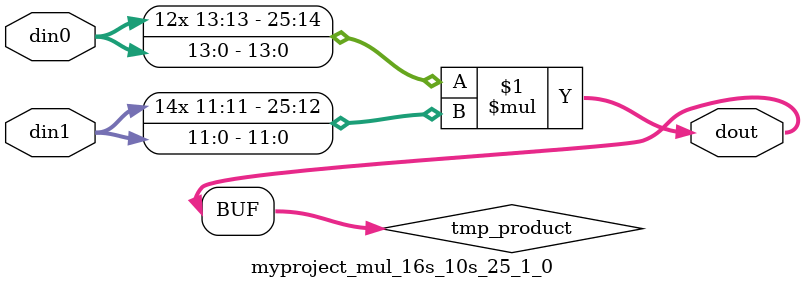
<source format=v>

`timescale 1 ns / 1 ps

  module myproject_mul_16s_10s_25_1_0(din0, din1, dout);
parameter ID = 1;
parameter NUM_STAGE = 0;
parameter din0_WIDTH = 14;
parameter din1_WIDTH = 12;
parameter dout_WIDTH = 26;

input [din0_WIDTH - 1 : 0] din0; 
input [din1_WIDTH - 1 : 0] din1; 
output [dout_WIDTH - 1 : 0] dout;

wire signed [dout_WIDTH - 1 : 0] tmp_product;













assign tmp_product = $signed(din0) * $signed(din1);








assign dout = tmp_product;







endmodule

</source>
